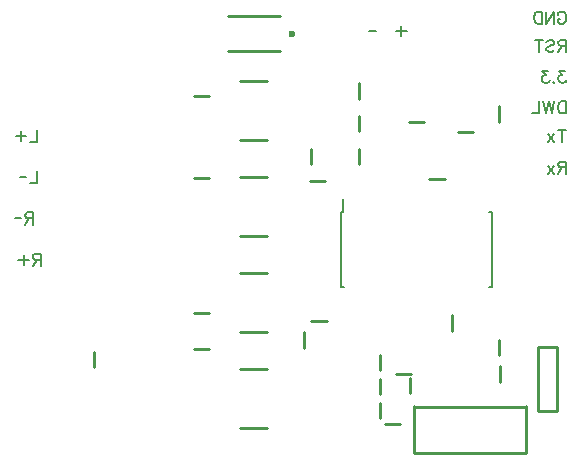
<source format=gbr>
G04 DipTrace 3.3.1.3*
G04 BottomSilk.gbr*
%MOIN*%
G04 #@! TF.FileFunction,Legend,Bot*
G04 #@! TF.Part,Single*
%ADD10C,0.009843*%
%ADD36C,0.023631*%
%ADD66C,0.005906*%
%ADD168C,0.006176*%
%FSLAX26Y26*%
G04*
G70*
G90*
G75*
G01*
G04 BotSilk*
%LPD*%
X1717681Y1502262D2*
D10*
X1768823D1*
X1551978Y1411946D2*
Y1360804D1*
X1621748Y673475D2*
Y724617D1*
X1551774Y1521201D2*
Y1470059D1*
Y1629783D2*
Y1578642D1*
X1621748Y593150D2*
Y644291D1*
X1621543Y512824D2*
Y563966D1*
X2020832Y722776D2*
Y773917D1*
X1934177Y1466871D2*
X1883035D1*
X2021343Y634795D2*
Y685937D1*
X1721577Y647933D2*
Y596791D1*
X1787025Y1311449D2*
X1838167D1*
X2020832Y1502303D2*
Y1553445D1*
X1863615Y856814D2*
Y805672D1*
X1439058Y1302722D2*
X1387916D1*
X1674374Y659743D2*
X1725516D1*
X1638941Y494388D2*
X1690083D1*
X1392503Y1411946D2*
Y1360804D1*
X1394167Y838917D2*
X1445308D1*
X1370504Y799382D2*
Y748240D1*
X1001146Y864467D2*
X1052287D1*
Y742462D2*
X1001146D1*
X1052287Y1588919D2*
X1001146D1*
X1052287Y1313328D2*
X1001146D1*
X670438Y683406D2*
Y734547D1*
X1288526Y1852679D2*
X1115311D1*
X1288526Y1738505D2*
X1115311D1*
D36*
X1327896Y1795586D3*
X1734675Y552242D2*
D10*
X2108741D1*
X1735388Y398192D2*
Y552488D1*
X1734675Y395984D2*
X2108741D1*
X2110363Y398192D2*
Y552488D1*
X1247179Y997594D2*
X1156648D1*
X1247179Y800742D2*
X1156648D1*
X1247179Y677481D2*
X1156648D1*
X1247179Y480629D2*
X1156648D1*
X1247179Y1637821D2*
X1156648D1*
X1247179Y1440969D2*
X1156648D1*
X1247179Y1317708D2*
X1156648D1*
X1247179Y1120856D2*
X1156648D1*
X2148764Y750117D2*
Y537617D1*
X2211262Y750117D2*
X2148764D1*
X2211262D2*
Y537617D1*
X2148764D1*
X1493540Y1201228D2*
D66*
X1500399D1*
X1493540Y951213D2*
X1503648D1*
X1995466D2*
X1985357D1*
X1995466Y1201228D2*
X1985357D1*
X1493540D2*
Y951213D1*
X1995466Y1201228D2*
Y951213D1*
X1500399Y1201228D2*
Y1243535D1*
X2214551Y1858932D2*
D168*
X2216452Y1862735D1*
X2220299Y1866582D1*
X2224101Y1868483D1*
X2231750D1*
X2235597Y1866582D1*
X2239400Y1862735D1*
X2241345Y1858932D1*
X2243247Y1853184D1*
Y1843590D1*
X2241345Y1837886D1*
X2239400Y1834039D1*
X2235597Y1830236D1*
X2231750Y1828291D1*
X2224101D1*
X2220299Y1830236D1*
X2216452Y1834039D1*
X2214551Y1837886D1*
Y1843590D1*
X2224101D1*
X2175405Y1868483D2*
Y1828291D1*
X2202199Y1868483D1*
Y1828291D1*
X2163053Y1868483D2*
Y1828291D1*
X2149656D1*
X2143908Y1830236D1*
X2140061Y1834039D1*
X2138160Y1837886D1*
X2136258Y1843590D1*
Y1853184D1*
X2138160Y1858932D1*
X2140061Y1862735D1*
X2143908Y1866582D1*
X2149656Y1868483D1*
X2163053D1*
X2243246Y1755004D2*
X2226046D1*
X2220298Y1756950D1*
X2218352Y1758851D1*
X2216451Y1762654D1*
Y1766500D1*
X2218352Y1770303D1*
X2220298Y1772248D1*
X2226046Y1774150D1*
X2243246D1*
Y1733958D1*
X2229848Y1755004D2*
X2216451Y1733958D1*
X2177305Y1768402D2*
X2181107Y1772248D1*
X2186855Y1774150D1*
X2194505D1*
X2200253Y1772248D1*
X2204099Y1768402D1*
Y1764599D1*
X2202154Y1760752D1*
X2200253Y1758851D1*
X2196450Y1756950D1*
X2184954Y1753103D1*
X2181107Y1751202D1*
X2179206Y1749256D1*
X2177305Y1745454D1*
Y1739706D1*
X2181107Y1735903D1*
X2186855Y1733958D1*
X2194505D1*
X2200253Y1735903D1*
X2204099Y1739706D1*
X2151556Y1774150D2*
Y1733958D1*
X2164953Y1774150D2*
X2138159D1*
X2239400Y1671588D2*
X2218397D1*
X2229849Y1656290D1*
X2224101D1*
X2220299Y1654388D1*
X2218397Y1652487D1*
X2216452Y1646739D1*
Y1642937D1*
X2218397Y1637189D1*
X2222200Y1633342D1*
X2227948Y1631441D1*
X2233696D1*
X2239400Y1633342D1*
X2241301Y1635287D1*
X2243246Y1639090D1*
X2202199Y1635287D2*
X2204100Y1633342D1*
X2202199Y1631441D1*
X2200254Y1633342D1*
X2202199Y1635287D1*
X2184055Y1671588D2*
X2163053D1*
X2174505Y1656290D1*
X2168757D1*
X2164954Y1654388D1*
X2163053Y1652487D1*
X2161108Y1646739D1*
Y1642937D1*
X2163053Y1637189D1*
X2166856Y1633342D1*
X2172604Y1631441D1*
X2178352D1*
X2184055Y1633342D1*
X2185957Y1635287D1*
X2187902Y1639090D1*
X2243247Y1569270D2*
Y1529078D1*
X2229849D1*
X2224101Y1531024D1*
X2220254Y1534826D1*
X2218353Y1538673D1*
X2216452Y1544377D1*
Y1553972D1*
X2218353Y1559720D1*
X2220254Y1563522D1*
X2224101Y1567369D1*
X2229849Y1569270D1*
X2243247D1*
X2204100D2*
X2194506Y1529078D1*
X2184955Y1569270D1*
X2175405Y1529078D1*
X2165810Y1569270D1*
X2153458D2*
Y1529078D1*
X2130510D1*
X2229849Y1474782D2*
Y1434590D1*
X2243246Y1474782D2*
X2216452D1*
X2204100Y1461385D2*
X2183054Y1434590D1*
Y1461385D2*
X2204100Y1434590D1*
X2243246Y1349338D2*
X2226047D1*
X2220299Y1351283D1*
X2218353Y1353184D1*
X2216452Y1356987D1*
Y1360834D1*
X2218353Y1364636D1*
X2220299Y1366582D1*
X2226047Y1368483D1*
X2243246D1*
Y1328291D1*
X2229849Y1349338D2*
X2216452Y1328291D1*
X2204100Y1355086D2*
X2183054Y1328291D1*
Y1355086D2*
X2204100Y1328291D1*
X478792Y1474782D2*
Y1434590D1*
X455844D1*
X426293Y1471886D2*
Y1437442D1*
X443492Y1454642D2*
X409048D1*
X478792Y1337142D2*
Y1296950D1*
X455844D1*
X443492Y1317024D2*
X421384D1*
X466456Y1180046D2*
X449256D1*
X443508Y1181992D1*
X441563Y1183893D1*
X439661Y1187696D1*
Y1191542D1*
X441563Y1195345D1*
X443508Y1197290D1*
X449256Y1199192D1*
X466456D1*
Y1159000D1*
X453059Y1180046D2*
X439661Y1159000D1*
X427310Y1179073D2*
X405202D1*
X491128Y1042251D2*
X473928D1*
X468180Y1044196D1*
X466235Y1046098D1*
X464333Y1049900D1*
Y1053747D1*
X466235Y1057550D1*
X468180Y1059495D1*
X473928Y1061396D1*
X491128D1*
Y1021204D1*
X477731Y1042251D2*
X464333Y1021204D1*
X434782Y1058500D2*
Y1024056D1*
X451982Y1041256D2*
X417538D1*
X1694009Y1822280D2*
Y1787836D1*
X1711209Y1805036D2*
X1676765D1*
X1608322Y1805058D2*
X1586214D1*
M02*

</source>
